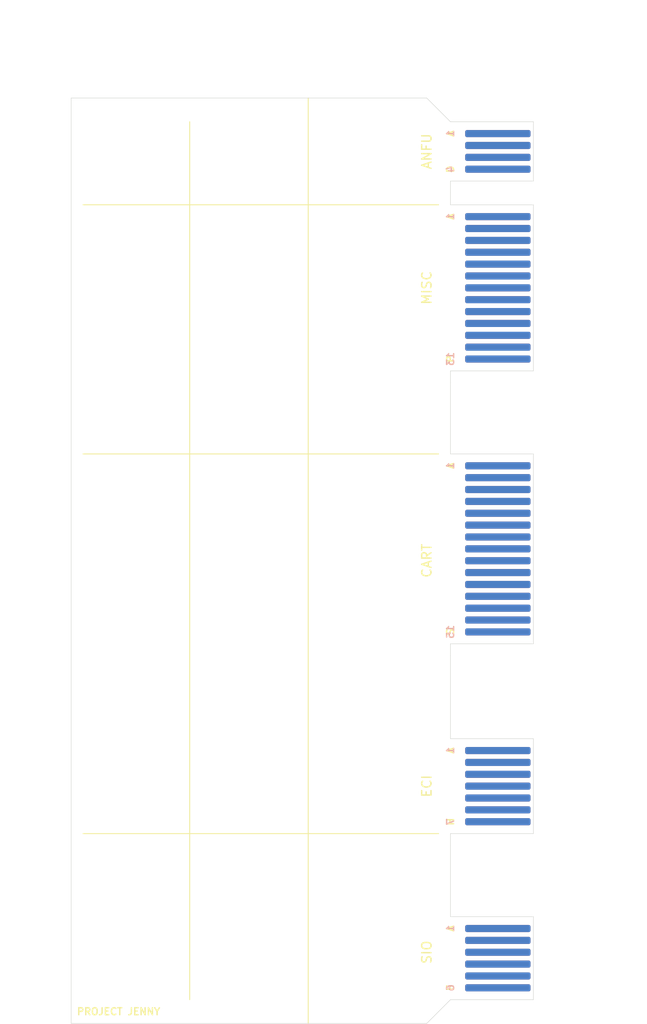
<source format=kicad_pcb>
(kicad_pcb (version 20171130) (host pcbnew 5.0.2+dfsg1-1)

  (general
    (thickness 1.6)
    (drawings 58)
    (tracks 0)
    (zones 0)
    (modules 5)
    (nets 4)
  )

  (page A3)
  (layers
    (0 F.Cu signal)
    (31 B.Cu signal)
    (32 B.Adhes user)
    (33 F.Adhes user)
    (34 B.Paste user)
    (35 F.Paste user)
    (36 B.SilkS user)
    (37 F.SilkS user)
    (38 B.Mask user)
    (39 F.Mask user)
    (40 Dwgs.User user)
    (41 Cmts.User user)
    (42 Eco1.User user)
    (43 Eco2.User user)
    (44 Edge.Cuts user)
    (45 Margin user)
    (46 B.CrtYd user)
    (47 F.CrtYd user)
    (48 B.Fab user)
    (49 F.Fab user)
  )

  (setup
    (last_trace_width 0.25)
    (trace_clearance 0.2)
    (zone_clearance 0.508)
    (zone_45_only no)
    (trace_min 0.2)
    (segment_width 0.2)
    (edge_width 0.1)
    (via_size 0.8)
    (via_drill 0.4)
    (via_min_size 0.4)
    (via_min_drill 0.3)
    (uvia_size 0.3)
    (uvia_drill 0.1)
    (uvias_allowed no)
    (uvia_min_size 0.2)
    (uvia_min_drill 0.1)
    (pcb_text_width 0.3)
    (pcb_text_size 1.5 1.5)
    (mod_edge_width 0.15)
    (mod_text_size 1 1)
    (mod_text_width 0.15)
    (pad_size 1.5 1.5)
    (pad_drill 0.6)
    (pad_to_mask_clearance 0)
    (solder_mask_min_width 0.25)
    (aux_axis_origin 0 0)
    (visible_elements FFFFFF7F)
    (pcbplotparams
      (layerselection 0x010fc_ffffffff)
      (usegerberextensions false)
      (usegerberattributes false)
      (usegerberadvancedattributes false)
      (creategerberjobfile false)
      (excludeedgelayer true)
      (linewidth 0.100000)
      (plotframeref false)
      (viasonmask false)
      (mode 1)
      (useauxorigin false)
      (hpglpennumber 1)
      (hpglpenspeed 20)
      (hpglpendiameter 15.000000)
      (psnegative false)
      (psa4output false)
      (plotreference true)
      (plotvalue true)
      (plotinvisibletext false)
      (padsonsilk false)
      (subtractmaskfromsilk false)
      (outputformat 1)
      (mirror false)
      (drillshape 1)
      (scaleselection 1)
      (outputdirectory ""))
  )

  (net 0 "")
  (net 1 GND)
  (net 2 +5V)
  (net 3 +12V)

  (net_class Default "This is the default net class."
    (clearance 0.2)
    (trace_width 0.25)
    (via_dia 0.8)
    (via_drill 0.4)
    (uvia_dia 0.3)
    (uvia_drill 0.1)
    (add_net +12V)
    (add_net +5V)
    (add_net GND)
  )

  (module "Card Edges:Edge 2x4" (layer F.Cu) (tedit 606F40D0) (tstamp 607B4A4B)
    (at 215.9 50.8)
    (path /6116DF94)
    (fp_text reference ANFU (at -22.86 6.35 90) (layer F.SilkS)
      (effects (font (size 2 2) (thickness 0.3)))
    )
    (fp_text value "CONN 2x4" (at -20.32 6.35 90) (layer F.Fab) hide
      (effects (font (size 1 1) (thickness 0.15)))
    )
    (pad 1 connect roundrect (at -7.62 2.54) (size 14 1.524) (layers B.Cu B.Mask) (roundrect_rratio 0.25))
    (pad 2 connect roundrect (at -7.62 2.54) (size 14 1.524) (layers F.Cu F.Mask) (roundrect_rratio 0.25))
    (pad 3 connect roundrect (at -7.62 5.08) (size 14 1.524) (layers B.Cu B.Mask) (roundrect_rratio 0.25))
    (pad 4 connect roundrect (at -7.62 5.08) (size 14 1.524) (layers F.Cu F.Mask) (roundrect_rratio 0.25))
    (pad 5 connect roundrect (at -7.62 7.62) (size 14 1.524) (layers B.Cu B.Mask) (roundrect_rratio 0.25))
    (pad 6 connect roundrect (at -7.62 7.62) (size 14 1.524) (layers F.Cu F.Mask) (roundrect_rratio 0.25))
    (pad 7 connect roundrect (at -7.62 10.16) (size 14 1.524) (layers B.Cu B.Mask) (roundrect_rratio 0.25))
    (pad 8 connect roundrect (at -7.62 10.16) (size 14 1.524) (layers F.Cu F.Mask) (roundrect_rratio 0.25))
  )

  (module "Card Edges:Edge 2x15" (layer F.Cu) (tedit 606F410C) (tstamp 6082A7FA)
    (at 215.9 121.92)
    (path /6076EC6B)
    (fp_text reference CART (at -22.86 22.86 90) (layer F.SilkS)
      (effects (font (size 2 2) (thickness 0.3)))
    )
    (fp_text value "CONN 2x15" (at -20.32 5.08 90) (layer F.Fab) hide
      (effects (font (size 1 1) (thickness 0.15)))
    )
    (pad 8 connect roundrect (at -7.62 10.16) (size 14 1.524) (layers F.Cu F.Mask) (roundrect_rratio 0.25))
    (pad 5 connect roundrect (at -7.62 7.62) (size 14 1.524) (layers B.Cu B.Mask) (roundrect_rratio 0.25))
    (pad 4 connect roundrect (at -7.62 5.08) (size 14 1.524) (layers F.Cu F.Mask) (roundrect_rratio 0.25)
      (net 1 GND))
    (pad 7 connect roundrect (at -7.62 10.16) (size 14 1.524) (layers B.Cu B.Mask) (roundrect_rratio 0.25))
    (pad 6 connect roundrect (at -7.62 7.62) (size 14 1.524) (layers F.Cu F.Mask) (roundrect_rratio 0.25))
    (pad 3 connect roundrect (at -7.62 5.08) (size 14 1.524) (layers B.Cu B.Mask) (roundrect_rratio 0.25))
    (pad 14 connect roundrect (at -7.62 17.78) (size 14 1.524) (layers F.Cu F.Mask) (roundrect_rratio 0.25))
    (pad 19 connect roundrect (at -7.62 25.4) (size 14 1.524) (layers B.Cu B.Mask) (roundrect_rratio 0.25))
    (pad 24 connect roundrect (at -7.62 30.48) (size 14 1.524) (layers F.Cu F.Mask) (roundrect_rratio 0.25))
    (pad 17 connect roundrect (at -7.62 22.86) (size 14 1.524) (layers B.Cu B.Mask) (roundrect_rratio 0.25))
    (pad 21 connect roundrect (at -7.62 27.94) (size 14 1.524) (layers B.Cu B.Mask) (roundrect_rratio 0.25))
    (pad 10 connect roundrect (at -7.62 12.7) (size 14 1.524) (layers F.Cu F.Mask) (roundrect_rratio 0.25))
    (pad 22 connect roundrect (at -7.62 27.94) (size 14 1.524) (layers F.Cu F.Mask) (roundrect_rratio 0.25))
    (pad 9 connect roundrect (at -7.62 12.7) (size 14 1.524) (layers B.Cu B.Mask) (roundrect_rratio 0.25))
    (pad 20 connect roundrect (at -7.62 25.4) (size 14 1.524) (layers F.Cu F.Mask) (roundrect_rratio 0.25))
    (pad 13 connect roundrect (at -7.62 17.78) (size 14 1.524) (layers B.Cu B.Mask) (roundrect_rratio 0.25))
    (pad 12 connect roundrect (at -7.62 15.24) (size 14 1.524) (layers F.Cu F.Mask) (roundrect_rratio 0.25))
    (pad 18 connect roundrect (at -7.62 22.86) (size 14 1.524) (layers F.Cu F.Mask) (roundrect_rratio 0.25))
    (pad 23 connect roundrect (at -7.62 30.48) (size 14 1.524) (layers B.Cu B.Mask) (roundrect_rratio 0.25))
    (pad 1 connect roundrect (at -7.62 2.54) (size 14 1.524) (layers B.Cu B.Mask) (roundrect_rratio 0.25))
    (pad 16 connect roundrect (at -7.62 20.32) (size 14 1.524) (layers F.Cu F.Mask) (roundrect_rratio 0.25))
    (pad 11 connect roundrect (at -7.62 15.24) (size 14 1.524) (layers B.Cu B.Mask) (roundrect_rratio 0.25))
    (pad 25 connect roundrect (at -7.62 33.02) (size 14 1.524) (layers B.Cu B.Mask) (roundrect_rratio 0.25)
      (net 2 +5V))
    (pad 26 connect roundrect (at -7.62 33.02) (size 14 1.524) (layers F.Cu F.Mask) (roundrect_rratio 0.25))
    (pad 15 connect roundrect (at -7.62 20.32) (size 14 1.524) (layers B.Cu B.Mask) (roundrect_rratio 0.25))
    (pad 2 connect roundrect (at -7.62 2.54) (size 14 1.524) (layers F.Cu F.Mask) (roundrect_rratio 0.25))
    (pad 30 connect roundrect (at -7.62 38.1) (size 14 1.524) (layers F.Cu F.Mask) (roundrect_rratio 0.25))
    (pad 29 connect roundrect (at -7.62 38.1) (size 14 1.524) (layers B.Cu B.Mask) (roundrect_rratio 0.25))
    (pad 27 connect roundrect (at -7.62 35.56) (size 14 1.524) (layers B.Cu B.Mask) (roundrect_rratio 0.25))
    (pad 28 connect roundrect (at -7.62 35.56) (size 14 1.524) (layers F.Cu F.Mask) (roundrect_rratio 0.25))
  )

  (module "Card Edges:Edge 2x7" (layer F.Cu) (tedit 606F411B) (tstamp 6082A80C)
    (at 215.9 182.88)
    (path /6076EC72)
    (fp_text reference ECI (at -22.86 10.16 90) (layer F.SilkS)
      (effects (font (size 2 2) (thickness 0.3)))
    )
    (fp_text value "CONN 2x7" (at -20.32 7.62 90) (layer F.Fab) hide
      (effects (font (size 1 1) (thickness 0.15)))
    )
    (pad 7 connect roundrect (at -7.62 10.16) (size 14 1.524) (layers B.Cu B.Mask) (roundrect_rratio 0.25))
    (pad 12 connect roundrect (at -7.62 15.24) (size 14 1.524) (layers F.Cu F.Mask) (roundrect_rratio 0.25))
    (pad 11 connect roundrect (at -7.62 15.24) (size 14 1.524) (layers B.Cu B.Mask) (roundrect_rratio 0.25))
    (pad 6 connect roundrect (at -7.62 7.62) (size 14 1.524) (layers F.Cu F.Mask) (roundrect_rratio 0.25))
    (pad 8 connect roundrect (at -7.62 10.16) (size 14 1.524) (layers F.Cu F.Mask) (roundrect_rratio 0.25))
    (pad 4 connect roundrect (at -7.62 5.08) (size 14 1.524) (layers F.Cu F.Mask) (roundrect_rratio 0.25))
    (pad 1 connect roundrect (at -7.62 2.54) (size 14 1.524) (layers B.Cu B.Mask) (roundrect_rratio 0.25))
    (pad 10 connect roundrect (at -7.62 12.7) (size 14 1.524) (layers F.Cu F.Mask) (roundrect_rratio 0.25))
    (pad 14 connect roundrect (at -7.62 17.78) (size 14 1.524) (layers F.Cu F.Mask) (roundrect_rratio 0.25)
      (net 1 GND))
    (pad 2 connect roundrect (at -7.62 2.54) (size 14 1.524) (layers F.Cu F.Mask) (roundrect_rratio 0.25))
    (pad 3 connect roundrect (at -7.62 5.08) (size 14 1.524) (layers B.Cu B.Mask) (roundrect_rratio 0.25))
    (pad 9 connect roundrect (at -7.62 12.7) (size 14 1.524) (layers B.Cu B.Mask) (roundrect_rratio 0.25))
    (pad 5 connect roundrect (at -7.62 7.62) (size 14 1.524) (layers B.Cu B.Mask) (roundrect_rratio 0.25))
    (pad 13 connect roundrect (at -7.62 17.78) (size 14 1.524) (layers B.Cu B.Mask) (roundrect_rratio 0.25)
      (net 2 +5V))
  )

  (module "Card Edges:Edge 2x13" (layer F.Cu) (tedit 606F40F0) (tstamp 6082A82A)
    (at 215.9 68.58)
    (path /6076EC64)
    (fp_text reference MISC (at -22.86 17.78 90) (layer F.SilkS)
      (effects (font (size 2 2) (thickness 0.3)))
    )
    (fp_text value "CONN 2x13" (at -20.32 5.08 90) (layer F.Fab) hide
      (effects (font (size 1 1) (thickness 0.15)))
    )
    (pad 25 connect roundrect (at -7.62 33.02) (size 14 1.524) (layers B.Cu B.Mask) (roundrect_rratio 0.25))
    (pad 26 connect roundrect (at -7.62 33.02) (size 14 1.524) (layers F.Cu F.Mask) (roundrect_rratio 0.25))
    (pad 18 connect roundrect (at -7.62 22.86) (size 14 1.524) (layers F.Cu F.Mask) (roundrect_rratio 0.25))
    (pad 17 connect roundrect (at -7.62 22.86) (size 14 1.524) (layers B.Cu B.Mask) (roundrect_rratio 0.25))
    (pad 19 connect roundrect (at -7.62 25.4) (size 14 1.524) (layers B.Cu B.Mask) (roundrect_rratio 0.25))
    (pad 22 connect roundrect (at -7.62 27.94) (size 14 1.524) (layers F.Cu F.Mask) (roundrect_rratio 0.25))
    (pad 23 connect roundrect (at -7.62 30.48) (size 14 1.524) (layers B.Cu B.Mask) (roundrect_rratio 0.25))
    (pad 20 connect roundrect (at -7.62 25.4) (size 14 1.524) (layers F.Cu F.Mask) (roundrect_rratio 0.25))
    (pad 21 connect roundrect (at -7.62 27.94) (size 14 1.524) (layers B.Cu B.Mask) (roundrect_rratio 0.25))
    (pad 24 connect roundrect (at -7.62 30.48) (size 14 1.524) (layers F.Cu F.Mask) (roundrect_rratio 0.25)
      (net 3 +12V))
    (pad 10 connect roundrect (at -7.62 12.7) (size 14 1.524) (layers F.Cu F.Mask) (roundrect_rratio 0.25))
    (pad 9 connect roundrect (at -7.62 12.7) (size 14 1.524) (layers B.Cu B.Mask) (roundrect_rratio 0.25))
    (pad 11 connect roundrect (at -7.62 15.24) (size 14 1.524) (layers B.Cu B.Mask) (roundrect_rratio 0.25))
    (pad 14 connect roundrect (at -7.62 17.78) (size 14 1.524) (layers F.Cu F.Mask) (roundrect_rratio 0.25))
    (pad 15 connect roundrect (at -7.62 20.32) (size 14 1.524) (layers B.Cu B.Mask) (roundrect_rratio 0.25))
    (pad 12 connect roundrect (at -7.62 15.24) (size 14 1.524) (layers F.Cu F.Mask) (roundrect_rratio 0.25))
    (pad 13 connect roundrect (at -7.62 17.78) (size 14 1.524) (layers B.Cu B.Mask) (roundrect_rratio 0.25))
    (pad 16 connect roundrect (at -7.62 20.32) (size 14 1.524) (layers F.Cu F.Mask) (roundrect_rratio 0.25))
    (pad 2 connect roundrect (at -7.62 2.54) (size 14 1.524) (layers F.Cu F.Mask) (roundrect_rratio 0.25))
    (pad 3 connect roundrect (at -7.62 5.08) (size 14 1.524) (layers B.Cu B.Mask) (roundrect_rratio 0.25))
    (pad 1 connect roundrect (at -7.62 2.54) (size 14 1.524) (layers B.Cu B.Mask) (roundrect_rratio 0.25))
    (pad 5 connect roundrect (at -7.62 7.62) (size 14 1.524) (layers B.Cu B.Mask) (roundrect_rratio 0.25))
    (pad 6 connect roundrect (at -7.62 7.62) (size 14 1.524) (layers F.Cu F.Mask) (roundrect_rratio 0.25))
    (pad 7 connect roundrect (at -7.62 10.16) (size 14 1.524) (layers B.Cu B.Mask) (roundrect_rratio 0.25))
    (pad 8 connect roundrect (at -7.62 10.16) (size 14 1.524) (layers F.Cu F.Mask) (roundrect_rratio 0.25))
    (pad 4 connect roundrect (at -7.62 5.08) (size 14 1.524) (layers F.Cu F.Mask) (roundrect_rratio 0.25))
  )

  (module "Card Edges:Edge 2x6" (layer F.Cu) (tedit 606F4128) (tstamp 6082A83A)
    (at 215.9 220.98)
    (path /6076EC79)
    (fp_text reference SIO (at -22.86 7.62 90) (layer F.SilkS)
      (effects (font (size 2 2) (thickness 0.3)))
    )
    (fp_text value "CONN 2x6" (at -20.32 7.62 90) (layer F.Fab) hide
      (effects (font (size 1 1) (thickness 0.15)))
    )
    (pad 8 connect roundrect (at -7.62 10.16) (size 14 1.524) (layers F.Cu F.Mask) (roundrect_rratio 0.25))
    (pad 2 connect roundrect (at -7.62 2.54) (size 14 1.524) (layers F.Cu F.Mask) (roundrect_rratio 0.25))
    (pad 7 connect roundrect (at -7.62 10.16) (size 14 1.524) (layers B.Cu B.Mask) (roundrect_rratio 0.25))
    (pad 12 connect roundrect (at -7.62 15.24) (size 14 1.524) (layers F.Cu F.Mask) (roundrect_rratio 0.25)
      (net 3 +12V))
    (pad 11 connect roundrect (at -7.62 15.24) (size 14 1.524) (layers B.Cu B.Mask) (roundrect_rratio 0.25))
    (pad 6 connect roundrect (at -7.62 7.62) (size 14 1.524) (layers F.Cu F.Mask) (roundrect_rratio 0.25))
    (pad 4 connect roundrect (at -7.62 5.08) (size 14 1.524) (layers F.Cu F.Mask) (roundrect_rratio 0.25))
    (pad 10 connect roundrect (at -7.62 12.7) (size 14 1.524) (layers F.Cu F.Mask) (roundrect_rratio 0.25)
      (net 2 +5V))
    (pad 9 connect roundrect (at -7.62 12.7) (size 14 1.524) (layers B.Cu B.Mask) (roundrect_rratio 0.25)
      (net 1 GND))
    (pad 1 connect roundrect (at -7.62 2.54) (size 14 1.524) (layers B.Cu B.Mask) (roundrect_rratio 0.25))
    (pad 3 connect roundrect (at -7.62 5.08) (size 14 1.524) (layers B.Cu B.Mask) (roundrect_rratio 0.25))
    (pad 5 connect roundrect (at -7.62 7.62) (size 14 1.524) (layers B.Cu B.Mask) (roundrect_rratio 0.25))
  )

  (dimension 198.12 (width 0.3) (layer Cmts.User)
    (gr_text "198.120 mm" (at 107.12 144.78 270) (layer Cmts.User)
      (effects (font (size 1.5 1.5) (thickness 0.3)))
    )
    (feature1 (pts (xy 114.3 243.84) (xy 108.633579 243.84)))
    (feature2 (pts (xy 114.3 45.72) (xy 108.633579 45.72)))
    (crossbar (pts (xy 109.22 45.72) (xy 109.22 243.84)))
    (arrow1a (pts (xy 109.22 243.84) (xy 108.633579 242.713496)))
    (arrow1b (pts (xy 109.22 243.84) (xy 109.806421 242.713496)))
    (arrow2a (pts (xy 109.22 45.72) (xy 108.633579 46.846504)))
    (arrow2b (pts (xy 109.22 45.72) (xy 109.806421 46.846504)))
  )
  (gr_line (start 195.58 68.58) (end 119.38 68.58) (layer F.SilkS) (width 0.2))
  (gr_line (start 195.58 203.2) (end 119.38 203.2) (layer F.SilkS) (width 0.2))
  (gr_line (start 195.58 121.92) (end 119.38 121.92) (layer F.SilkS) (width 0.2))
  (gr_text "PROJECT JENNY" (at 127 241.3) (layer F.SilkS)
    (effects (font (size 1.5 1.5) (thickness 0.3)))
  )
  (gr_text 4 (at 198.12 60.96 90) (layer B.SilkS) (tstamp 6082B4AE)
    (effects (font (size 1.5 1.5) (thickness 0.3)) (justify mirror))
  )
  (gr_text 13 (at 198.12 101.6 90) (layer B.SilkS) (tstamp 6082B4AE)
    (effects (font (size 1.5 1.5) (thickness 0.3)) (justify mirror))
  )
  (gr_text 15 (at 198.12 160.02 90) (layer B.SilkS) (tstamp 6082B4AE)
    (effects (font (size 1.5 1.5) (thickness 0.3)) (justify mirror))
  )
  (gr_text 7 (at 198.12 200.66 90) (layer B.SilkS) (tstamp 6082B4AE)
    (effects (font (size 1.5 1.5) (thickness 0.3)) (justify mirror))
  )
  (gr_text 6 (at 198.12 236.22 90) (layer B.SilkS) (tstamp 6082B4AE)
    (effects (font (size 1.5 1.5) (thickness 0.3)) (justify mirror))
  )
  (gr_text 1 (at 198.12 223.52 90) (layer B.SilkS) (tstamp 6082B4AE)
    (effects (font (size 1.5 1.5) (thickness 0.3)) (justify mirror))
  )
  (gr_text 1 (at 198.12 185.42 90) (layer B.SilkS) (tstamp 6082B4AE)
    (effects (font (size 1.5 1.5) (thickness 0.3)) (justify mirror))
  )
  (gr_text 1 (at 198.12 124.46 90) (layer B.SilkS) (tstamp 6082B4AE)
    (effects (font (size 1.5 1.5) (thickness 0.3)) (justify mirror))
  )
  (gr_text 1 (at 198.12 71.12 90) (layer B.SilkS) (tstamp 6082B4AE)
    (effects (font (size 1.5 1.5) (thickness 0.3)) (justify mirror))
  )
  (gr_text 1 (at 198.12 53.34 90) (layer B.SilkS)
    (effects (font (size 1.5 1.5) (thickness 0.3)) (justify mirror))
  )
  (gr_text F (at 198.12 236.22 90) (layer F.SilkS)
    (effects (font (size 1.5 1.5) (thickness 0.3)))
  )
  (gr_text H (at 198.12 200.66 90) (layer F.SilkS)
    (effects (font (size 1.5 1.5) (thickness 0.3)))
  )
  (gr_text P (at 198.12 101.6 90) (layer F.SilkS)
    (effects (font (size 1.5 1.5) (thickness 0.3)))
  )
  (gr_text D (at 198.12 60.96 90) (layer F.SilkS)
    (effects (font (size 1.5 1.5) (thickness 0.3)))
  )
  (gr_text A (at 198.12 223.52 90) (layer F.SilkS) (tstamp 6082B17B)
    (effects (font (size 1.5 1.5) (thickness 0.3)))
  )
  (gr_text A (at 198.12 185.42 90) (layer F.SilkS) (tstamp 6082B17B)
    (effects (font (size 1.5 1.5) (thickness 0.3)))
  )
  (gr_text A (at 198.12 53.34 90) (layer F.SilkS) (tstamp 6082B17B)
    (effects (font (size 1.5 1.5) (thickness 0.3)))
  )
  (gr_text A (at 198.12 71.12 90) (layer F.SilkS) (tstamp 6082B17B)
    (effects (font (size 1.5 1.5) (thickness 0.3)))
  )
  (gr_text S (at 198.12 160.02 90) (layer F.SilkS)
    (effects (font (size 1.5 1.5) (thickness 0.3)))
  )
  (gr_text A (at 198.12 124.46 90) (layer F.SilkS)
    (effects (font (size 1.5 1.5) (thickness 0.3)))
  )
  (gr_line (start 142.24 50.8) (end 142.24 238.76) (layer F.SilkS) (width 0.2))
  (gr_line (start 167.64 45.72) (end 167.64 243.84) (layer F.SilkS) (width 0.2))
  (dimension 99.06 (width 0.3) (layer Cmts.User)
    (gr_text "99.060 mm" (at 166.37 25.840001) (layer Cmts.User)
      (effects (font (size 1.5 1.5) (thickness 0.3)))
    )
    (feature1 (pts (xy 116.84 33.02) (xy 116.84 27.35358)))
    (feature2 (pts (xy 215.9 33.02) (xy 215.9 27.35358)))
    (crossbar (pts (xy 215.9 27.940001) (xy 116.84 27.940001)))
    (arrow1a (pts (xy 116.84 27.940001) (xy 117.966504 27.35358)))
    (arrow1b (pts (xy 116.84 27.940001) (xy 117.966504 28.526422)))
    (arrow2a (pts (xy 215.9 27.940001) (xy 214.773496 27.35358)))
    (arrow2b (pts (xy 215.9 27.940001) (xy 214.773496 28.526422)))
  )
  (dimension 48.26 (width 0.3) (layer Cmts.User)
    (gr_text "48.260 mm" (at 191.77 36) (layer Cmts.User)
      (effects (font (size 1.5 1.5) (thickness 0.3)))
    )
    (feature1 (pts (xy 167.64 43.18) (xy 167.64 37.513579)))
    (feature2 (pts (xy 215.9 43.18) (xy 215.9 37.513579)))
    (crossbar (pts (xy 215.9 38.1) (xy 167.64 38.1)))
    (arrow1a (pts (xy 167.64 38.1) (xy 168.766504 37.513579)))
    (arrow1b (pts (xy 167.64 38.1) (xy 168.766504 38.686421)))
    (arrow2a (pts (xy 215.9 38.1) (xy 214.773496 37.513579)))
    (arrow2b (pts (xy 215.9 38.1) (xy 214.773496 38.686421)))
  )
  (gr_line (start 193.04 243.84) (end 198.12 238.76) (layer Edge.Cuts) (width 0.1))
  (gr_line (start 116.84 243.84) (end 193.04 243.84) (layer Edge.Cuts) (width 0.1))
  (gr_line (start 193.04 45.72) (end 116.84 45.72) (layer Edge.Cuts) (width 0.1))
  (gr_line (start 198.12 50.8) (end 193.04 45.72) (layer Edge.Cuts) (width 0.1))
  (dimension 187.96 (width 0.3) (layer Cmts.User)
    (gr_text "187.960 mm" (at 238.32 144.78 270) (layer Cmts.User)
      (effects (font (size 1.5 1.5) (thickness 0.3)))
    )
    (feature1 (pts (xy 218.44 238.76) (xy 236.806421 238.76)))
    (feature2 (pts (xy 218.44 50.8) (xy 236.806421 50.8)))
    (crossbar (pts (xy 236.22 50.8) (xy 236.22 238.76)))
    (arrow1a (pts (xy 236.22 238.76) (xy 235.633579 237.633496)))
    (arrow1b (pts (xy 236.22 238.76) (xy 236.806421 237.633496)))
    (arrow2a (pts (xy 236.22 50.8) (xy 235.633579 51.926504)))
    (arrow2b (pts (xy 236.22 50.8) (xy 236.806421 51.926504)))
  )
  (gr_line (start 116.84 243.84) (end 116.84 45.72) (layer Edge.Cuts) (width 0.1))
  (gr_line (start 215.9 238.76) (end 198.12 238.76) (layer Edge.Cuts) (width 0.1))
  (gr_line (start 215.9 220.98) (end 215.9 238.76) (layer Edge.Cuts) (width 0.1))
  (gr_line (start 198.12 220.98) (end 215.9 220.98) (layer Edge.Cuts) (width 0.1))
  (gr_line (start 198.12 205.74) (end 198.12 220.98) (layer Edge.Cuts) (width 0.1))
  (gr_line (start 198.12 203.2) (end 198.12 205.74) (layer Edge.Cuts) (width 0.1))
  (gr_line (start 215.9 203.2) (end 198.12 203.2) (layer Edge.Cuts) (width 0.1))
  (gr_line (start 215.9 182.88) (end 215.9 203.2) (layer Edge.Cuts) (width 0.1))
  (gr_line (start 198.12 182.88) (end 215.9 182.88) (layer Edge.Cuts) (width 0.1))
  (gr_line (start 198.12 165.1) (end 198.12 182.88) (layer Edge.Cuts) (width 0.1))
  (gr_line (start 198.12 162.56) (end 198.12 165.1) (layer Edge.Cuts) (width 0.1))
  (gr_line (start 215.9 162.56) (end 198.12 162.56) (layer Edge.Cuts) (width 0.1))
  (gr_line (start 215.9 121.92) (end 215.9 162.56) (layer Edge.Cuts) (width 0.1))
  (gr_line (start 198.12 121.92) (end 215.9 121.92) (layer Edge.Cuts) (width 0.1))
  (gr_line (start 198.12 106.68) (end 198.12 121.92) (layer Edge.Cuts) (width 0.1))
  (gr_line (start 198.12 104.14) (end 198.12 106.68) (layer Edge.Cuts) (width 0.1))
  (gr_line (start 215.9 104.14) (end 198.12 104.14) (layer Edge.Cuts) (width 0.1))
  (gr_line (start 215.9 68.58) (end 215.9 104.14) (layer Edge.Cuts) (width 0.1))
  (gr_line (start 198.12 68.58) (end 215.9 68.58) (layer Edge.Cuts) (width 0.1))
  (gr_line (start 198.12 66.04) (end 198.12 68.58) (layer Edge.Cuts) (width 0.1))
  (gr_line (start 198.12 63.5) (end 198.12 66.04) (layer Edge.Cuts) (width 0.1))
  (gr_line (start 215.9 63.5) (end 198.12 63.5) (layer Edge.Cuts) (width 0.1))
  (gr_line (start 215.9 50.8) (end 215.9 63.5) (layer Edge.Cuts) (width 0.1))
  (gr_line (start 198.12 50.8) (end 215.9 50.8) (layer Edge.Cuts) (width 0.1))

)

</source>
